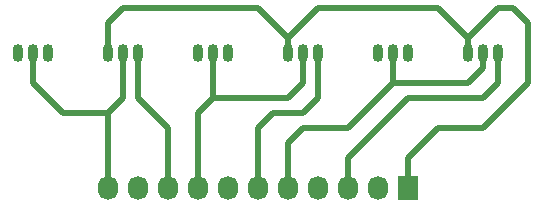
<source format=gbr>
G04 #@! TF.FileFunction,Copper,L1,Top,Signal*
%FSLAX46Y46*%
G04 Gerber Fmt 4.6, Leading zero omitted, Abs format (unit mm)*
G04 Created by KiCad (PCBNEW 0.201509111501+6183~30~ubuntu14.04.1-product) date Mon 14 Sep 2015 02:56:09 PM CDT*
%MOMM*%
G01*
G04 APERTURE LIST*
%ADD10C,0.100000*%
%ADD11R,1.727200X2.032000*%
%ADD12O,1.727200X2.032000*%
%ADD13O,0.899160X1.501140*%
%ADD14C,0.508000*%
G04 APERTURE END LIST*
D10*
D11*
X156210000Y-138430000D03*
D12*
X153670000Y-138430000D03*
X151130000Y-138430000D03*
X148590000Y-138430000D03*
X146050000Y-138430000D03*
X143510000Y-138430000D03*
X140970000Y-138430000D03*
X138430000Y-138430000D03*
X135890000Y-138430000D03*
X133350000Y-138430000D03*
X130810000Y-138430000D03*
D13*
X124460000Y-127000000D03*
X125730000Y-127000000D03*
X123190000Y-127000000D03*
X162560000Y-127000000D03*
X163830000Y-127000000D03*
X161290000Y-127000000D03*
X154940000Y-127000000D03*
X156210000Y-127000000D03*
X153670000Y-127000000D03*
X147320000Y-127000000D03*
X148590000Y-127000000D03*
X146050000Y-127000000D03*
X139700000Y-127000000D03*
X140970000Y-127000000D03*
X138430000Y-127000000D03*
X132080000Y-127000000D03*
X133350000Y-127000000D03*
X130810000Y-127000000D03*
D14*
X161290000Y-125730000D02*
X163830000Y-123190000D01*
X156210000Y-135890000D02*
X156210000Y-138430000D01*
X158750000Y-133350000D02*
X156210000Y-135890000D01*
X162560000Y-133350000D02*
X158750000Y-133350000D01*
X166370000Y-129540000D02*
X162560000Y-133350000D01*
X166370000Y-124460000D02*
X166370000Y-129540000D01*
X165100000Y-123190000D02*
X166370000Y-124460000D01*
X163830000Y-123190000D02*
X165100000Y-123190000D01*
X146050000Y-125730000D02*
X148590000Y-123190000D01*
X161290000Y-125730000D02*
X161290000Y-127000000D01*
X158750000Y-123190000D02*
X161290000Y-125730000D01*
X148590000Y-123190000D02*
X158750000Y-123190000D01*
X130810000Y-127000000D02*
X130810000Y-124460000D01*
X146050000Y-125730000D02*
X146050000Y-127000000D01*
X143510000Y-123190000D02*
X146050000Y-125730000D01*
X132080000Y-123190000D02*
X143510000Y-123190000D01*
X130810000Y-124460000D02*
X132080000Y-123190000D01*
X151130000Y-138430000D02*
X151130000Y-135890000D01*
X163830000Y-129540000D02*
X163830000Y-127000000D01*
X162560000Y-130810000D02*
X163830000Y-129540000D01*
X156210000Y-130810000D02*
X162560000Y-130810000D01*
X151130000Y-135890000D02*
X156210000Y-130810000D01*
X146050000Y-138430000D02*
X146050000Y-134620000D01*
X151130000Y-133350000D02*
X154940000Y-129540000D01*
X147320000Y-133350000D02*
X151130000Y-133350000D01*
X146050000Y-134620000D02*
X147320000Y-133350000D01*
X154940000Y-129540000D02*
X161290000Y-129540000D01*
X162560000Y-128270000D02*
X162560000Y-127000000D01*
X161290000Y-129540000D02*
X162560000Y-128270000D01*
X154940000Y-129540000D02*
X154940000Y-127000000D01*
X143510000Y-138430000D02*
X143510000Y-133350000D01*
X148590000Y-130810000D02*
X148590000Y-127000000D01*
X147320000Y-132080000D02*
X148590000Y-130810000D01*
X144780000Y-132080000D02*
X147320000Y-132080000D01*
X143510000Y-133350000D02*
X144780000Y-132080000D01*
X139700000Y-130810000D02*
X146050000Y-130810000D01*
X147320000Y-129540000D02*
X147320000Y-127000000D01*
X146050000Y-130810000D02*
X147320000Y-129540000D01*
X138430000Y-138430000D02*
X138430000Y-132080000D01*
X139700000Y-130810000D02*
X139700000Y-127000000D01*
X138430000Y-132080000D02*
X139700000Y-130810000D01*
X135890000Y-138430000D02*
X135890000Y-133350000D01*
X133350000Y-130810000D02*
X133350000Y-127000000D01*
X135890000Y-133350000D02*
X133350000Y-130810000D01*
X130810000Y-132080000D02*
X127000000Y-132080000D01*
X124460000Y-129540000D02*
X124460000Y-127000000D01*
X127000000Y-132080000D02*
X124460000Y-129540000D01*
X130810000Y-138430000D02*
X130810000Y-132080000D01*
X132080000Y-130810000D02*
X132080000Y-127000000D01*
X130810000Y-132080000D02*
X132080000Y-130810000D01*
M02*

</source>
